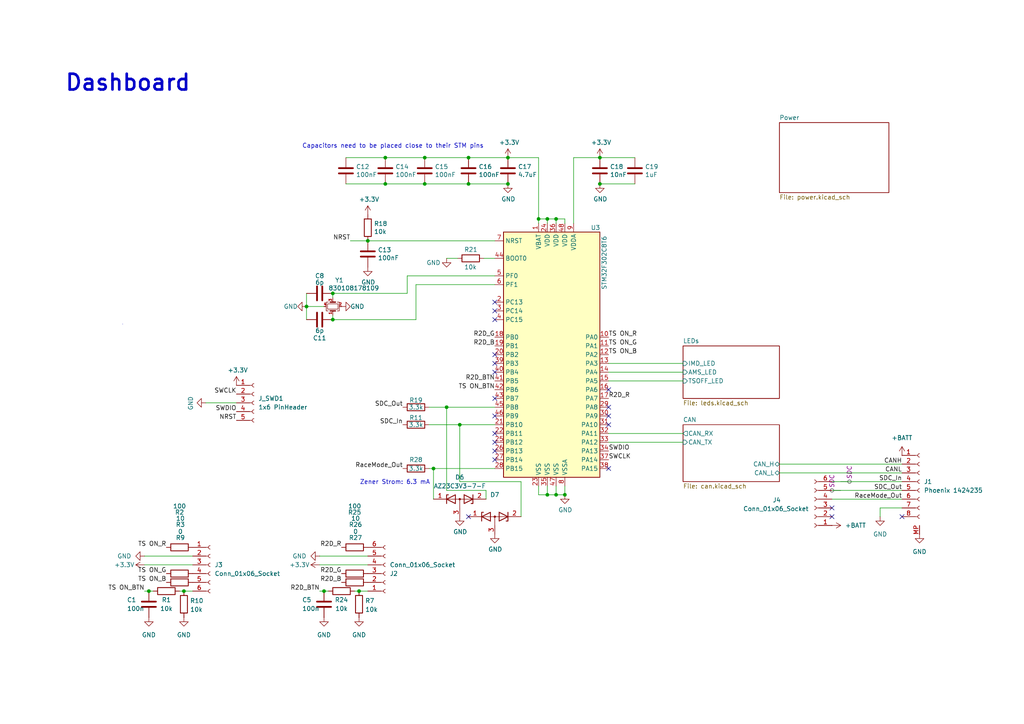
<source format=kicad_sch>
(kicad_sch (version 20231120) (generator "eeschema") (generator_version "8.0")
  (paper "A4")
  (lib_symbols
    (symbol "Connector:Conn_01x05_Socket" (pin_names (offset 1.016) hide)
      (property "Reference" "J" (at 0 7.62 0))
      (property "Value" "Conn_01x05_Socket" (at 0 -7.62 0))
      (symbol "Conn_01x05_Socket_1_1"
        (arc (start 0 -4.572) (mid -0.5058 -5.08) (end 0 -5.588) (stroke (width 0.1524)))
        (arc (start 0 -2.032) (mid -0.5058 -2.54) (end 0 -3.048) (stroke (width 0.1524)))
        (polyline (pts (xy -1.27 -5.08) (xy -0.508 -5.08)) (stroke (width 0.1524)))
        (polyline (pts (xy -1.27 -2.54) (xy -0.508 -2.54)) (stroke (width 0.1524)))
        (polyline (pts (xy -1.27 0) (xy -0.508 0)) (stroke (width 0.1524)))
        (polyline (pts (xy -1.27 2.54) (xy -0.508 2.54)) (stroke (width 0.1524)))
        (polyline (pts (xy -1.27 5.08) (xy -0.508 5.08)) (stroke (width 0.1524)))
        (arc (start 0 0.508) (mid -0.5058 0) (end 0 -0.508) (stroke (width 0.1524)))
        (arc (start 0 3.048) (mid -0.5058 2.54) (end 0 2.032) (stroke (width 0.1524)))
        (arc (start 0 5.588) (mid -0.5058 5.08) (end 0 4.572) (stroke (width 0.1524)))
        (pin passive line (at -5.08 5.08 0) (length 3.81) (name "Pin_1") (number "1"))
        (pin passive line (at -5.08 2.54 0) (length 3.81) (name "Pin_2") (number "2"))
        (pin passive line (at -5.08 0 0) (length 3.81) (name "Pin_3") (number "3"))
        (pin passive line (at -5.08 -2.54 0) (length 3.81) (name "Pin_4") (number "4"))
        (pin passive line (at -5.08 -5.08 0) (length 3.81) (name "Pin_5") (number "5"))
      )
    )
    (symbol "Connector:Conn_01x06_Socket" (pin_names (offset 1.016) hide)
      (property "Reference" "J" (at 0 7.62 0))
      (property "Value" "Conn_01x06_Socket" (at 0 -10.16 0))
      (symbol "Conn_01x06_Socket_1_1"
        (arc (start 0 -7.112) (mid -0.5058 -7.62) (end 0 -8.128) (stroke (width 0.1524)))
        (arc (start 0 -4.572) (mid -0.5058 -5.08) (end 0 -5.588) (stroke (width 0.1524)))
        (arc (start 0 -2.032) (mid -0.5058 -2.54) (end 0 -3.048) (stroke (width 0.1524)))
        (polyline (pts (xy -1.27 -7.62) (xy -0.508 -7.62)) (stroke (width 0.1524)))
        (polyline (pts (xy -1.27 -5.08) (xy -0.508 -5.08)) (stroke (width 0.1524)))
        (polyline (pts (xy -1.27 -2.54) (xy -0.508 -2.54)) (stroke (width 0.1524)))
        (polyline (pts (xy -1.27 0) (xy -0.508 0)) (stroke (width 0.1524)))
        (polyline (pts (xy -1.27 2.54) (xy -0.508 2.54)) (stroke (width 0.1524)))
        (polyline (pts (xy -1.27 5.08) (xy -0.508 5.08)) (stroke (width 0.1524)))
        (arc (start 0 0.508) (mid -0.5058 0) (end 0 -0.508) (stroke (width 0.1524)))
        (arc (start 0 3.048) (mid -0.5058 2.54) (end 0 2.032) (stroke (width 0.1524)))
        (arc (start 0 5.588) (mid -0.5058 5.08) (end 0 4.572) (stroke (width 0.1524)))
        (pin passive line (at -5.08 5.08 0) (length 3.81) (name "Pin_1") (number "1"))
        (pin passive line (at -5.08 2.54 0) (length 3.81) (name "Pin_2") (number "2"))
        (pin passive line (at -5.08 0 0) (length 3.81) (name "Pin_3") (number "3"))
        (pin passive line (at -5.08 -2.54 0) (length 3.81) (name "Pin_4") (number "4"))
        (pin passive line (at -5.08 -5.08 0) (length 3.81) (name "Pin_5") (number "5"))
        (pin passive line (at -5.08 -7.62 0) (length 3.81) (name "Pin_6") (number "6"))
      )
    )
    (symbol "Connector:Conn_01x08_Socket" (pin_names (offset 1.016) hide)
      (property "Reference" "J1" (at 1.27 0.0001 0))
      (property "Value" "Phoenix 1424235" (at 1.27 -2.5399 0))
      (symbol "Conn_01x08_Socket_1_1"
        (arc (start 0 -9.652) (mid -0.5058 -10.16) (end 0 -10.668) (stroke (width 0.1524)))
        (arc (start 0 -7.112) (mid -0.5058 -7.62) (end 0 -8.128) (stroke (width 0.1524)))
        (arc (start 0 -4.572) (mid -0.5058 -5.08) (end 0 -5.588) (stroke (width 0.1524)))
        (arc (start 0 -2.032) (mid -0.5058 -2.54) (end 0 -3.048) (stroke (width 0.1524)))
        (polyline (pts (xy -1.27 -10.16) (xy -0.508 -10.16)) (stroke (width 0.1524)))
        (polyline (pts (xy -1.27 -7.62) (xy -0.508 -7.62)) (stroke (width 0.1524)))
        (polyline (pts (xy -1.27 -5.08) (xy -0.508 -5.08)) (stroke (width 0.1524)))
        (polyline (pts (xy -1.27 -2.54) (xy -0.508 -2.54)) (stroke (width 0.1524)))
        (polyline (pts (xy -1.27 0) (xy -0.508 0)) (stroke (width 0.1524)))
        (polyline (pts (xy -1.27 2.54) (xy -0.508 2.54)) (stroke (width 0.1524)))
        (polyline (pts (xy -1.27 5.08) (xy -0.508 5.08)) (stroke (width 0.1524)))
        (polyline (pts (xy -1.27 7.62) (xy -0.508 7.62)) (stroke (width 0.1524)))
        (arc (start 0 0.508) (mid -0.5058 0) (end 0 -0.508) (stroke (width 0.1524)))
        (arc (start 0 3.048) (mid -0.5058 2.54) (end 0 2.032) (stroke (width 0.1524)))
        (arc (start 0 5.588) (mid -0.5058 5.08) (end 0 4.572) (stroke (width 0.1524)))
        (arc (start 0 8.128) (mid -0.5058 7.62) (end 0 7.112) (stroke (width 0.1524)))
        (pin passive line (at -5.08 7.62 0) (length 3.81) (name "Pin_1") (number "1"))
        (pin passive line (at -5.08 5.08 0) (length 3.81) (name "Pin_2") (number "2"))
        (pin passive line (at -5.08 2.54 0) (length 3.81) (name "Pin_3") (number "3"))
        (pin passive line (at -5.08 0 0) (length 3.81) (name "Pin_4") (number "4"))
        (pin passive line (at -5.08 -2.54 0) (length 3.81) (name "Pin_5") (number "5"))
        (pin passive line (at -5.08 -5.08 0) (length 3.81) (name "Pin_6") (number "6"))
        (pin passive line (at -5.08 -7.62 0) (length 3.81) (name "Pin_7") (number "7"))
        (pin passive line (at -5.08 -10.16 0) (length 3.81) (name "Pin_8") (number "8"))
        (pin passive line (at 0 -15.24 90) (length 2.54) (name "") (number "MP"))
      )
    )
    (symbol "Device:C" (pin_numbers hide) (pin_names (offset 0.254))
      (property "Reference" "C" (at 0.635 2.54 0))
      (property "Value" "C" (at 0.635 -2.54 0))
      (symbol "C_0_1"
        (polyline (pts (xy -2.032 -0.762) (xy 2.032 -0.762)) (stroke (width 0.508)))
        (polyline (pts (xy -2.032 0.762) (xy 2.032 0.762)) (stroke (width 0.508)))
      )
      (symbol "C_1_1"
        (pin passive line (at 0 3.81 270) (length 2.794) (name "~") (number "1"))
        (pin passive line (at 0 -3.81 90) (length 2.794) (name "~") (number "2"))
      )
    )
    (symbol "Device:Crystal_GND24_Small" (pin_names (offset 1.016) hide)
      (property "Reference" "Y" (at 1.27 4.445 0))
      (property "Value" "Crystal_GND24_Small" (at 1.27 2.54 0))
      (symbol "Crystal_GND24_Small_0_1"
        (rectangle (start -0.762 -1.524) (end 0.762 1.524))
        (polyline (pts (xy -1.27 -0.762) (xy -1.27 0.762)) (stroke (width 0.381)))
        (polyline (pts (xy 1.27 -0.762) (xy 1.27 0.762)) (stroke (width 0.381)))
        (polyline (pts (xy -1.27 -1.27) (xy -1.27 -1.905) (xy 1.27 -1.905) (xy 1.27 -1.27)))
        (polyline (pts (xy -1.27 1.27) (xy -1.27 1.905) (xy 1.27 1.905) (xy 1.27 1.27)))
      )
      (symbol "Crystal_GND24_Small_1_1"
        (pin passive line (at -2.54 0 0) (length 1.27) (name "1") (number "1"))
        (pin passive line (at 0 -2.54 90) (length 0.635) (name "2") (number "2"))
        (pin passive line (at 2.54 0 180) (length 1.27) (name "3") (number "3"))
        (pin passive line (at 0 2.54 270) (length 0.635) (name "4") (number "4"))
      )
    )
    (symbol "Device:D_Zener_Dual_CommonAnode_KKA" (pin_names (offset 0.762) hide)
      (property "Reference" "D" (at 1.27 -2.54 0))
      (property "Value" "D_Zener_Dual_CommonAnode_KKA" (at 0 2.54 0))
      (symbol "D_Zener_Dual_CommonAnode_KKA_0_1"
        (polyline (pts (xy -3.556 0) (xy 3.81 0)))
        (polyline (pts (xy 0 0) (xy 0 -2.54)))
        (polyline (pts (xy -3.81 -1.27) (xy -3.81 1.27) (xy -3.302 1.27)) (stroke (width 0.254)))
        (polyline (pts (xy 3.302 -1.27) (xy 3.81 -1.27) (xy 3.81 1.27)) (stroke (width 0.254)))
        (polyline (pts (xy -1.27 -1.27) (xy -3.81 0) (xy -1.27 1.27) (xy -1.27 -1.27) (xy -1.27 -1.27) (xy -1.27 -1.27)) (stroke (width 0.254)))
        (polyline (pts (xy 1.27 1.27) (xy 3.81 0) (xy 1.27 -1.27) (xy 1.27 1.27) (xy 1.27 1.27) (xy 1.27 1.27)) (stroke (width 0.254)))
        (circle (center 0 0) (radius 0.254) (fill (type outline)))
        (pin passive line (at -7.62 0 0) (length 3.81) (name "K") (number "1"))
        (pin passive line (at 7.62 0 180) (length 3.81) (name "K") (number "2"))
        (pin passive line (at 0 -5.08 90) (length 2.54) (name "A") (number "3"))
      )
    )
    (symbol "Device:R" (pin_numbers hide) (pin_names (offset 0))
      (property "Reference" "R" (at 2.032 0 90))
      (property "Value" "R" (at 0 0 90))
      (symbol "R_0_1"
        (rectangle (start -1.016 -2.54) (end 1.016 2.54) (stroke (width 0.254)))
      )
      (symbol "R_1_1"
        (pin passive line (at 0 3.81 270) (length 1.27) (name "~") (number "1"))
        (pin passive line (at 0 -3.81 90) (length 1.27) (name "~") (number "2"))
      )
    )
    (symbol "MCU_ST_STM32F3:STM32F302C8Tx"
      (property "Reference" "U" (at -15.24 36.83 0))
      (property "Value" "STM32F302C8Tx" (at 7.62 36.83 0))
      (symbol "STM32F302C8Tx_0_1"
        (rectangle (start -15.24 -35.56) (end 12.7 35.56) (stroke (width 0.254)) (fill (type background)))
      )
      (symbol "STM32F302C8Tx_1_1"
        (pin power_in line (at -5.08 38.1 270) (length 2.54) (name "VBAT") (number "1"))
        (pin bidirectional line (at 15.24 5.08 180) (length 2.54) (name "PA0") (number "10"))
        (pin bidirectional line (at 15.24 2.54 180) (length 2.54) (name "PA1") (number "11"))
        (pin bidirectional line (at 15.24 0 180) (length 2.54) (name "PA2") (number "12"))
        (pin bidirectional line (at 15.24 -2.54 180) (length 2.54) (name "PA3") (number "13"))
        (pin bidirectional line (at 15.24 -5.08 180) (length 2.54) (name "PA4") (number "14"))
        (pin bidirectional line (at 15.24 -7.62 180) (length 2.54) (name "PA5") (number "15"))
        (pin bidirectional line (at 15.24 -10.16 180) (length 2.54) (name "PA6") (number "16"))
        (pin bidirectional line (at 15.24 -12.7 180) (length 2.54) (name "PA7") (number "17"))
        (pin bidirectional line (at -17.78 5.08 0) (length 2.54) (name "PB0") (number "18"))
        (pin bidirectional line (at -17.78 2.54 0) (length 2.54) (name "PB1") (number "19"))
        (pin bidirectional line (at -17.78 15.24 0) (length 2.54) (name "PC13") (number "2"))
        (pin bidirectional line (at -17.78 0 0) (length 2.54) (name "PB2") (number "20"))
        (pin bidirectional line (at -17.78 -20.32 0) (length 2.54) (name "PB10") (number "21"))
        (pin bidirectional line (at -17.78 -22.86 0) (length 2.54) (name "PB11") (number "22"))
        (pin power_in line (at -5.08 -38.1 90) (length 2.54) (name "VSS") (number "23"))
        (pin power_in line (at -2.54 38.1 270) (length 2.54) (name "VDD") (number "24"))
        (pin bidirectional line (at -17.78 -25.4 0) (length 2.54) (name "PB12") (number "25"))
        (pin bidirectional line (at -17.78 -27.94 0) (length 2.54) (name "PB13") (number "26"))
        (pin bidirectional line (at -17.78 -30.48 0) (length 2.54) (name "PB14") (number "27"))
        (pin bidirectional line (at -17.78 -33.02 0) (length 2.54) (name "PB15") (number "28"))
        (pin bidirectional line (at 15.24 -15.24 180) (length 2.54) (name "PA8") (number "29"))
        (pin bidirectional line (at -17.78 12.7 0) (length 2.54) (name "PC14") (number "3"))
        (pin bidirectional line (at 15.24 -17.78 180) (length 2.54) (name "PA9") (number "30"))
        (pin bidirectional line (at 15.24 -20.32 180) (length 2.54) (name "PA10") (number "31"))
        (pin bidirectional line (at 15.24 -22.86 180) (length 2.54) (name "PA11") (number "32"))
        (pin bidirectional line (at 15.24 -25.4 180) (length 2.54) (name "PA12") (number "33"))
        (pin bidirectional line (at 15.24 -27.94 180) (length 2.54) (name "PA13") (number "34"))
        (pin power_in line (at -2.54 -38.1 90) (length 2.54) (name "VSS") (number "35"))
        (pin power_in line (at 0 38.1 270) (length 2.54) (name "VDD") (number "36"))
        (pin bidirectional line (at 15.24 -30.48 180) (length 2.54) (name "PA14") (number "37"))
        (pin bidirectional line (at 15.24 -33.02 180) (length 2.54) (name "PA15") (number "38"))
        (pin bidirectional line (at -17.78 -2.54 0) (length 2.54) (name "PB3") (number "39"))
        (pin bidirectional line (at -17.78 10.16 0) (length 2.54) (name "PC15") (number "4"))
        (pin bidirectional line (at -17.78 -5.08 0) (length 2.54) (name "PB4") (number "40"))
        (pin bidirectional line (at -17.78 -7.62 0) (length 2.54) (name "PB5") (number "41"))
        (pin bidirectional line (at -17.78 -10.16 0) (length 2.54) (name "PB6") (number "42"))
        (pin bidirectional line (at -17.78 -12.7 0) (length 2.54) (name "PB7") (number "43"))
        (pin input line (at -17.78 27.94 0) (length 2.54) (name "BOOT0") (number "44"))
        (pin bidirectional line (at -17.78 -15.24 0) (length 2.54) (name "PB8") (number "45"))
        (pin bidirectional line (at -17.78 -17.78 0) (length 2.54) (name "PB9") (number "46"))
        (pin power_in line (at 0 -38.1 90) (length 2.54) (name "VSS") (number "47"))
        (pin power_in line (at 2.54 38.1 270) (length 2.54) (name "VDD") (number "48"))
        (pin input line (at -17.78 22.86 0) (length 2.54) (name "PF0") (number "5"))
        (pin input line (at -17.78 20.32 0) (length 2.54) (name "PF1") (number "6"))
        (pin input line (at -17.78 33.02 0) (length 2.54) (name "NRST") (number "7"))
        (pin power_in line (at 2.54 -38.1 90) (length 2.54) (name "VSSA") (number "8"))
        (pin power_in line (at 5.08 38.1 270) (length 2.54) (name "VDDA") (number "9"))
      )
    )
    (symbol "power:+3.3V" (power) (pin_names (offset 0))
      (property "Value" "+3.3V" (at 0 3.556 0))
      (symbol "+3.3V_0_1"
        (polyline (pts (xy -0.762 1.27) (xy 0 2.54)))
        (polyline (pts (xy 0 0) (xy 0 2.54)))
        (polyline (pts (xy 0 2.54) (xy 0.762 1.27)))
      )
      (symbol "+3.3V_1_1"
        (pin power_in line (at 0 0 90) (length 0) hide (name "+3.3V") (number "1"))
      )
    )
    (symbol "power:+BATT" (power) (pin_numbers hide) (pin_names (offset 0) hide)
      (property "Value" "+BATT" (at 0 3.556 0))
      (symbol "+BATT_0_1"
        (polyline (pts (xy -0.762 1.27) (xy 0 2.54)))
        (polyline (pts (xy 0 0) (xy 0 2.54)))
        (polyline (pts (xy 0 2.54) (xy 0.762 1.27)))
      )
      (symbol "+BATT_1_1"
        (pin power_in line (at 0 0 90) (length 0) (name "~") (number "1"))
      )
    )
    (symbol "power:GND" (power) (pin_numbers hide) (pin_names (offset 0) hide)
      (property "Value" "GND" (at 0 -3.81 0))
      (symbol "GND_0_1"
        (polyline (pts (xy 0 0) (xy 0 -1.27) (xy 1.27 -1.27) (xy 0 -2.54) (xy -1.27 -1.27) (xy 0 -1.27)))
      )
      (symbol "GND_1_1"
        (pin power_in line (at 0 0 270) (length 0) (name "~") (number "1"))
      )
    )
  )
  (junction (at 135.89 53.34))
  (junction (at 123.19 45.72))
  (junction (at 111.76 45.72))
  (junction (at 147.32 53.34))
  (junction (at 125.73 135.89))
  (junction (at 135.89 45.72))
  (junction (at 111.76 53.34))
  (junction (at 88.9 88.9))
  (junction (at 96.52 85.09))
  (junction (at 96.52 92.71))
  (junction (at 104.14 171.45))
  (junction (at 161.29 63.5))
  (junction (at 106.68 69.85))
  (junction (at 93.98 171.45))
  (junction (at 43.18 171.45))
  (junction (at 161.29 143.51))
  (junction (at 147.32 45.72))
  (junction (at 156.21 63.5))
  (junction (at 173.99 45.72))
  (junction (at 158.75 63.5))
  (junction (at 129.54 118.11))
  (junction (at 158.75 143.51))
  (junction (at 173.99 53.34))
  (junction (at 133.35 123.19))
  (junction (at 53.34 171.45))
  (junction (at 123.19 53.34))
  (junction (at 163.83 143.51))
  (no_connect (at 135.89 149.86))
  (no_connect (at 176.53 120.65))
  (no_connect (at 143.51 87.63))
  (no_connect (at 176.53 123.19))
  (no_connect (at 176.53 135.89))
  (no_connect (at 241.3 149.86))
  (no_connect (at 261.62 149.86))
  (no_connect (at 143.51 115.57))
  (no_connect (at 241.3 147.32))
  (no_connect (at 143.51 130.81))
  (no_connect (at 176.53 113.03))
  (no_connect (at 143.51 133.35))
  (no_connect (at 143.51 105.41))
  (no_connect (at 176.53 118.11))
  (no_connect (at 143.51 125.73))
  (no_connect (at 143.51 92.71))
  (no_connect (at 143.51 120.65))
  (no_connect (at 143.51 102.87))
  (no_connect (at 143.51 128.27))
  (no_connect (at 143.51 90.17))
  (no_connect (at 143.51 107.95))
  (wire (pts (xy 43.18 171.45) (xy 41.91 171.45)))
  (wire (pts (xy 123.19 45.72) (xy 135.89 45.72)))
  (wire (pts (xy 176.53 105.41) (xy 198.12 105.41)))
  (wire (pts (xy 161.29 63.5) (xy 158.75 63.5)))
  (wire (pts (xy 88.9 85.09) (xy 88.9 88.9)))
  (wire (pts (xy 156.21 63.5) (xy 156.21 64.77)))
  (wire (pts (xy 120.65 82.55) (xy 120.65 92.71)))
  (wire (pts (xy 158.75 63.5) (xy 156.21 63.5)))
  (wire (pts (xy 93.98 171.45) (xy 92.71 171.45)))
  (wire (pts (xy 41.91 163.83) (xy 55.88 163.83)))
  (wire (pts (xy 96.52 91.44) (xy 96.52 92.71)))
  (wire (pts (xy 135.89 45.72) (xy 147.32 45.72)))
  (wire (pts (xy 129.54 142.24) (xy 140.97 142.24)))
  (wire (pts (xy 96.52 85.09) (xy 118.11 85.09)))
  (wire (pts (xy 163.83 64.77) (xy 163.83 63.5)))
  (wire (pts (xy 100.33 53.34) (xy 111.76 53.34)))
  (wire (pts (xy 156.21 45.72) (xy 156.21 63.5)))
  (wire (pts (xy 125.73 135.89) (xy 143.51 135.89)))
  (wire (pts (xy 173.99 45.72) (xy 184.15 45.72)))
  (wire (pts (xy 161.29 64.77) (xy 161.29 63.5)))
  (wire (pts (xy 163.83 143.51) (xy 161.29 143.51)))
  (wire (pts (xy 92.71 163.83) (xy 106.68 163.83)))
  (wire (pts (xy 118.11 80.01) (xy 143.51 80.01)))
  (wire (pts (xy 88.9 88.9) (xy 88.9 92.71)))
  (wire (pts (xy 255.27 147.32) (xy 255.27 149.86)))
  (wire (pts (xy 124.46 118.11) (xy 129.54 118.11)))
  (wire (pts (xy 173.99 53.34) (xy 184.15 53.34)))
  (wire (pts (xy 129.54 118.11) (xy 129.54 142.24)))
  (wire (pts (xy 226.06 134.62) (xy 261.62 134.62)))
  (wire (pts (xy 111.76 45.72) (xy 123.19 45.72)))
  (wire (pts (xy 96.52 86.36) (xy 96.52 85.09)))
  (wire (pts (xy 140.97 142.24) (xy 140.97 144.78)))
  (wire (pts (xy 123.19 53.34) (xy 135.89 53.34)))
  (wire (pts (xy 163.83 63.5) (xy 161.29 63.5)))
  (wire (pts (xy 118.11 85.09) (xy 118.11 80.01)))
  (wire (pts (xy 140.335 74.93) (xy 143.51 74.93)))
  (wire (pts (xy 147.32 45.72) (xy 156.21 45.72)))
  (wire (pts (xy 158.75 140.97) (xy 158.75 143.51)))
  (wire (pts (xy 59.69 116.84) (xy 68.58 116.84)))
  (wire (pts (xy 88.9 88.9) (xy 93.98 88.9)))
  (wire (pts (xy 161.29 140.97) (xy 161.29 143.51)))
  (wire (pts (xy 226.06 137.16) (xy 261.62 137.16)))
  (wire (pts (xy 158.75 63.5) (xy 158.75 64.77)))
  (wire (pts (xy 241.3 144.78) (xy 261.62 144.78)))
  (wire (pts (xy 111.76 45.72) (xy 100.33 45.72)))
  (wire (pts (xy 92.71 161.29) (xy 106.68 161.29)))
  (wire (pts (xy 104.14 171.45) (xy 106.68 171.45)))
  (wire (pts (xy 41.91 161.29) (xy 55.88 161.29)))
  (wire (pts (xy 166.37 45.72) (xy 173.99 45.72)))
  (wire (pts (xy 133.35 123.19) (xy 124.46 123.19)))
  (wire (pts (xy 156.21 140.97) (xy 156.21 143.51)))
  (wire (pts (xy 176.53 128.27) (xy 198.12 128.27)))
  (wire (pts (xy 120.65 82.55) (xy 143.51 82.55)))
  (wire (pts (xy 151.13 149.86) (xy 151.13 139.7)))
  (wire (pts (xy 176.53 125.73) (xy 198.12 125.73)))
  (wire (pts (xy 156.21 143.51) (xy 158.75 143.51)))
  (wire (pts (xy 166.37 45.72) (xy 166.37 64.77)))
  (wire (pts (xy 176.53 107.95) (xy 198.12 107.95)))
  (wire (pts (xy 96.52 92.71) (xy 120.65 92.71)))
  (wire (pts (xy 111.76 53.34) (xy 123.19 53.34)))
  (wire (pts (xy 132.715 74.93) (xy 129.54 74.93)))
  (wire (pts (xy 53.34 171.45) (xy 55.88 171.45)))
  (wire (pts (xy 125.73 144.78) (xy 125.73 135.89)))
  (wire (pts (xy 241.3 142.24) (xy 261.62 142.24)))
  (wire (pts (xy 95.25 171.45) (xy 93.98 171.45)))
  (wire (pts (xy 143.51 118.11) (xy 129.54 118.11)))
  (wire (pts (xy 143.51 123.19) (xy 133.35 123.19)))
  (wire (pts (xy 151.13 139.7) (xy 133.35 139.7)))
  (wire (pts (xy 102.87 171.45) (xy 104.14 171.45)))
  (wire (pts (xy 106.68 69.85) (xy 143.51 69.85)))
  (wire (pts (xy 161.29 143.51) (xy 158.75 143.51)))
  (wire (pts (xy 163.83 140.97) (xy 163.83 143.51)))
  (wire (pts (xy 101.6 69.85) (xy 106.68 69.85)))
  (wire (pts (xy 261.62 147.32) (xy 255.27 147.32)))
  (wire (pts (xy 241.3 139.7) (xy 261.62 139.7)))
  (wire (pts (xy 44.45 171.45) (xy 43.18 171.45)))
  (wire (pts (xy 133.35 123.19) (xy 133.35 139.7)))
  (wire (pts (xy 52.07 171.45) (xy 53.34 171.45)))
  (wire (pts (xy 125.73 135.89) (xy 124.46 135.89)))
  (wire (pts (xy 135.89 53.34) (xy 147.32 53.34)))
  (wire (pts (xy 176.53 110.49) (xy 198.12 110.49)))
  (rectangle (start 35.56 93.98) (end 35.56 93.98))
  (text "Dashboard" (at 37.084 24.13 0) (effects (font (size 4.572 4.572) (thickness 0.762) (bold yes))))
  (text "Capacitors need to be placed close to their STM pins" (at 87.63 43.18 0) (effects (font (size 1.27 1.27)) (justify left bottom)))
  (text "Zener Strom: 6.3 mA" (at 114.554 139.954 0) (effects (font (size 1.27 1.27))))
  (label "TS ON_BTN" (at 41.91 171.45 180))
  (label "TS ON_BTN" (at 143.51 113.03 180))
  (label "TS ON_B" (at 48.26 168.91 180))
  (label "R2D_G" (at 99.06 166.37 180))
  (label "SDC_Out" (at 116.84 118.11 180))
  (label "SDC_In" (at 261.62 139.7 180))
  (label "R2D_G" (at 143.51 97.79 180))
  (label "R2D_BTN" (at 143.51 110.49 180))
  (label "R2D_R" (at 99.06 158.75 180))
  (label "NRST" (at 68.58 121.92 180))
  (label "SWDIO" (at 176.53 130.81 0))
  (label "R2D_BTN" (at 92.71 171.45 180))
  (label "NRST" (at 101.6 69.85 180))
  (label "SWDIO" (at 68.58 119.38 180))
  (label "R2D_B" (at 99.06 168.91 180))
  (label "TS ON_G" (at 48.26 166.37 180))
  (label "CANH" (at 261.62 134.62 180))
  (label "RaceMode_Out" (at 261.62 144.78 180))
  (label "CANL" (at 261.62 137.16 180))
  (label "RaceMode_Out" (at 116.84 135.89 180))
  (label "SDC_Out" (at 261.62 142.24 180))
  (label "SWCLK" (at 68.58 114.3 180))
  (label "TS ON_R" (at 176.53 97.79 0))
  (label "SWCLK" (at 176.53 133.35 0))
  (label "SDC_In" (at 116.84 123.19 180))
  (label "TS ON_B" (at 176.53 102.87 0))
  (label "TS ON_R" (at 48.26 158.75 180))
  (label "R2D_R" (at 176.53 115.57 0))
  (label "R2D_B" (at 143.51 100.33 180))
  (label "TS ON_G" (at 176.53 100.33 0))
  (netclass_flag "" (length 2.54) (shape round) (at 243.84 139.7 270) (property "Netclass" "SDC" (at 246.38 139.0015 90) (effects (font (italic yes)) (justify left))))
  (netclass_flag "" (length 2.54) (shape round) (at 243.84 142.24 90) (property "Netclass" "SDC" (at 241.3 141.5415 90) (effects (font (italic yes)) (justify left))))
  (symbol (lib_id "Connector:Conn_01x06_Socket") (at 236.22 147.32 180) (unit 1)
    (property "Reference" "J4" (at 225.298 145.034 0))
    (property "Value" "Conn_01x06_Socket" (at 225.044 147.574 0))
    (property "Footprint" "Dashboard:JST_GH_THT_1x06-1MP_P1.25mm_Vertical" (effects (hide yes)))
    (property "Description" "Generic connector, single row, 01x06, script generated" (effects (hide yes)))
  )
  (symbol (lib_id "power:+3.3V") (at 92.71 163.83 90) (unit 1)
    (property "Reference" "#PWR051" (effects (hide yes)))
    (property "Value" "+3.3V" (at 86.868 163.83 90))
  )
  (symbol (lib_id "power:GND") (at 129.54 74.93 0) (unit 1)
    (property "Reference" "#PWR035" (effects (hide yes)))
    (property "Value" "GND" (at 125.73 76.2 0))
  )
  (symbol (lib_id "Device:R") (at 104.14 175.26 0) (unit 1)
    (property "Reference" "R7" (at 105.918 174.244 0) (effects (justify left)))
    (property "Value" "10k" (at 105.918 176.784 0) (effects (justify left)))
    (property "Footprint" "Resistor_SMD:R_0603_1608Metric_Pad0.98x0.95mm_HandSolder" (effects (hide yes)))
    (property "Description" "Resistor" (effects (hide yes)))
  )
  (symbol (lib_id "Connector:Conn_01x06_Socket") (at 111.76 166.37 0) (mirror x) (unit 1)
    (property "Reference" "J2" (at 113.03 166.3701 0) (effects (justify left)))
    (property "Value" "Conn_01x06_Socket" (at 113.03 163.8301 0) (effects (justify left)))
    (property "Footprint" "Dashboard:JST_GH_THT_1x06-1MP_P1.25mm_Vertical" (effects (hide yes)))
    (property "Description" "Generic connector, single row, 01x06, script generated" (effects (hide yes)))
  )
  (symbol (lib_id "Device:C") (at 135.89 49.53 0) (unit 1)
    (property "Reference" "C16" (at 138.811 48.3616 0) (effects (justify left)))
    (property "Value" "100nF" (at 138.811 50.673 0) (effects (justify left)))
    (property "Footprint" "Capacitor_SMD:C_0603_1608Metric_Pad1.08x0.95mm_HandSolder" (effects (hide yes)))
  )
  (symbol (lib_id "Connector:Conn_01x08_Socket") (at 266.7 139.7 0) (unit 1)
    (property "Reference" "J1" (at 267.97 139.6999 0) (effects (justify left)))
    (property "Value" "Phoenix 1424235" (at 267.97 142.2399 0) (effects (justify left)))
    (property "Footprint" "Dashboard:Phoenix_SACC-DSI-M8FS-8CON-M10" (effects (hide yes)))
    (property "Description" "Generic connector, single row, 01x08, script generated" (effects (hide yes)))
  )
  (symbol (lib_id "Device:R") (at 99.06 171.45 270) (unit 1)
    (property "Reference" "R24" (at 99.06 173.99 90))
    (property "Value" "10k" (at 99.06 176.53 90))
    (property "Footprint" "Resistor_SMD:R_0603_1608Metric_Pad0.98x0.95mm_HandSolder" (effects (hide yes)))
    (property "Description" "Resistor" (effects (hide yes)))
  )
  (symbol (lib_id "Device:C") (at 147.32 49.53 0) (unit 1)
    (property "Reference" "C17" (at 150.241 48.3616 0) (effects (justify left)))
    (property "Value" "4.7uF" (at 150.241 50.673 0) (effects (justify left)))
    (property "Footprint" "Capacitor_SMD:C_0603_1608Metric_Pad1.08x0.95mm_HandSolder" (effects (hide yes)))
  )
  (symbol (lib_id "Device:C") (at 93.98 175.26 0) (unit 1)
    (property "Reference" "C5" (at 87.63 173.99 0) (effects (justify left)))
    (property "Value" "100n" (at 87.63 176.53 0) (effects (justify left)))
    (property "Footprint" "Capacitor_SMD:C_0603_1608Metric_Pad1.08x0.95mm_HandSolder" (effects (hide yes)))
    (property "Description" "Unpolarized capacitor" (effects (hide yes)))
  )
  (symbol (lib_id "power:GND") (at 92.71 161.29 270) (unit 1)
    (property "Reference" "#PWR01" (effects (hide yes)))
    (property "Value" "GND" (at 88.9 161.2899 90) (effects (justify right)))
    (property "Description" "Power symbol creates a global label with name \"GND\" , ground" (effects (hide yes)))
  )
  (symbol (lib_id "Device:D_Zener_Dual_CommonAnode_KKA") (at 133.35 144.78 0) (unit 1)
    (property "Reference" "D6" (at 133.35 138.43 0))
    (property "Value" "AZ23C3V3-7-F" (at 133.35 140.97 0))
    (property "Footprint" "Package_TO_SOT_SMD:SOT-23" (effects (hide yes)))
    (property "Description" "Dual Zener diode, common anode on pin 3" (effects (hide yes)))
  )
  (symbol (lib_id "power:GND") (at 266.7 154.94 0) (unit 1)
    (property "Reference" "#PWR052" (effects (hide yes)))
    (property "Value" "GND" (at 266.7 160.02 0))
    (property "Description" "Power symbol creates a global label with name \"GND\" , ground" (effects (hide yes)))
  )
  (symbol (lib_id "Device:R") (at 102.87 168.91 90) (unit 1)
    (property "Reference" "R27" (at 103.124 155.956 90))
    (property "Value" "0" (at 103.124 154.178 90))
    (property "Footprint" "Resistor_SMD:R_0603_1608Metric_Pad0.98x0.95mm_HandSolder" (effects (hide yes)))
    (property "Description" "Resistor" (effects (hide yes)))
  )
  (symbol (lib_id "Device:R") (at 48.26 171.45 270) (unit 1)
    (property "Reference" "R1" (at 48.26 173.99 90))
    (property "Value" "10k" (at 48.26 176.53 90))
    (property "Footprint" "Resistor_SMD:R_0603_1608Metric_Pad0.98x0.95mm_HandSolder" (effects (hide yes)))
    (property "Description" "Resistor" (effects (hide yes)))
  )
  (symbol (lib_id "Device:C") (at 100.33 49.53 0) (unit 1)
    (property "Reference" "C12" (at 103.251 48.3616 0) (effects (justify left)))
    (property "Value" "100nF" (at 103.251 50.673 0) (effects (justify left)))
    (property "Footprint" "Capacitor_SMD:C_0603_1608Metric_Pad1.08x0.95mm_HandSolder" (effects (hide yes)))
  )
  (symbol (lib_id "power:GND") (at 147.32 53.34 0) (unit 1)
    (property "Reference" "#PWR037" (effects (hide yes)))
    (property "Value" "GND" (at 147.447 57.7342 0))
  )
  (symbol (lib_id "Device:R") (at 52.07 158.75 90) (unit 1)
    (property "Reference" "R2" (at 52.07 148.59 90))
    (property "Value" "100" (at 52.07 146.812 90))
    (property "Footprint" "Resistor_SMD:R_0603_1608Metric_Pad0.98x0.95mm_HandSolder" (effects (hide yes)))
    (property "Description" "Resistor" (effects (hide yes)))
  )
  (symbol (lib_id "Device:R") (at 120.65 135.89 90) (unit 1)
    (property "Reference" "R28" (at 120.65 133.35 90))
    (property "Value" "3.3k" (at 120.65 135.89 90))
    (property "Footprint" "Resistor_SMD:R_0603_1608Metric_Pad0.98x0.95mm_HandSolder" (effects (hide yes)))
    (property "Description" "Resistor" (effects (hide yes)))
  )
  (symbol (lib_id "Connector:Conn_01x06_Socket") (at 60.96 163.83 0) (unit 1)
    (property "Reference" "J3" (at 62.23 163.8299 0) (effects (justify left)))
    (property "Value" "Conn_01x06_Socket" (at 62.23 166.3699 0) (effects (justify left)))
    (property "Footprint" "Dashboard:JST_GH_THT_1x06-1MP_P1.25mm_Vertical" (effects (hide yes)))
    (property "Description" "Generic connector, single row, 01x06, script generated" (effects (hide yes)))
  )
  (symbol (lib_id "power:+BATT") (at 241.3 152.4 270) (unit 1)
    (property "Reference" "#PWR05" (effects (hide yes)))
    (property "Value" "+BATT" (at 245.11 152.3999 90) (effects (justify left)))
    (property "Description" "Power symbol creates a global label with name \"+BATT\"" (effects (hide yes)))
  )
  (symbol (lib_id "power:GND") (at 133.35 149.86 0) (unit 1)
    (property "Reference" "#PWR026" (effects (hide yes)))
    (property "Value" "GND" (at 133.477 154.2542 0))
  )
  (symbol (lib_id "Device:R") (at 120.65 118.11 90) (unit 1)
    (property "Reference" "R19" (at 120.65 116.078 90))
    (property "Value" "3.3k" (at 120.65 118.11 90))
    (property "Footprint" "Resistor_SMD:R_0603_1608Metric_Pad0.98x0.95mm_HandSolder" (effects (hide yes)))
    (property "Description" "Resistor" (effects (hide yes)))
  )
  (symbol (lib_id "power:GND") (at 104.14 179.07 0) (unit 1)
    (property "Reference" "#PWR050" (effects (hide yes)))
    (property "Value" "GND" (at 104.14 184.15 0))
    (property "Description" "Power symbol creates a global label with name \"GND\" , ground" (effects (hide yes)))
  )
  (symbol (lib_id "MCU_ST_STM32F3:STM32F302C8Tx") (at 161.29 102.87 0) (unit 1)
    (property "Reference" "U3" (at 172.72 66.04 0))
    (property "Value" "STM32F302C8T6" (at 175.26 76.2 90))
    (property "Footprint" "Package_QFP:LQFP-48_7x7mm_P0.5mm" (effects (hide yes)))
    (property "Datasheet" "http://www.st.com/st-web-ui/static/active/en/resource/technical/document/datasheet/DM00093333.pdf" (effects (hide yes)))
  )
  (symbol (lib_id "Device:R") (at 102.87 158.75 90) (unit 1)
    (property "Reference" "R25" (at 102.87 148.59 90))
    (property "Value" "100" (at 102.87 146.812 90))
    (property "Footprint" "Resistor_SMD:R_0603_1608Metric_Pad0.98x0.95mm_HandSolder" (effects (hide yes)))
    (property "Description" "Resistor" (effects (hide yes)))
  )
  (symbol (lib_id "power:GND") (at 88.9 88.9 270) (unit 1)
    (property "Reference" "#PWR030" (effects (hide yes)))
    (property "Value" "GND" (at 86.36 88.9 90) (effects (justify right)))
  )
  (symbol (lib_id "Device:C") (at 43.18 175.26 0) (unit 1)
    (property "Reference" "C1" (at 36.83 173.99 0) (effects (justify left)))
    (property "Value" "100n" (at 36.83 176.53 0) (effects (justify left)))
    (property "Footprint" "Capacitor_SMD:C_0603_1608Metric_Pad1.08x0.95mm_HandSolder" (effects (hide yes)))
    (property "Description" "Unpolarized capacitor" (effects (hide yes)))
  )
  (symbol (lib_id "power:+3.3V") (at 173.99 45.72 0) (unit 1)
    (property "Reference" "#PWR039" (effects (hide yes)))
    (property "Value" "+3.3V" (at 174.371 41.3258 0))
  )
  (symbol (lib_id "Device:C") (at 92.71 92.71 90) (unit 1)
    (property "Reference" "C11" (at 92.71 98.044 90))
    (property "Value" "6p" (at 92.71 95.885 90))
    (property "Footprint" "Capacitor_SMD:C_0603_1608Metric_Pad1.08x0.95mm_HandSolder" (effects (hide yes)))
  )
  (symbol (lib_id "Device:R") (at 102.87 166.37 90) (unit 1)
    (property "Reference" "R26" (at 103.124 152.146 90))
    (property "Value" "10" (at 103.124 150.368 90))
    (property "Footprint" "Resistor_SMD:R_0603_1608Metric_Pad0.98x0.95mm_HandSolder" (effects (hide yes)))
    (property "Description" "Resistor" (effects (hide yes)))
  )
  (symbol (lib_id "Device:Crystal_GND24_Small") (at 96.52 88.9 90) (unit 1)
    (property "Reference" "Y1" (at 98.425 81.28 90))
    (property "Value" "830108178109" (at 102.616 83.566 90))
    (property "Footprint" "Crystal:Crystal_SMD_2016-4Pin_2.0x1.6mm" (effects (hide yes)))
    (property "Datasheet" "https://www.we-online.com/components/products/datasheet/830108178109.pdf" (effects (hide yes)))
  )
  (symbol (lib_id "Connector:Conn_01x05_Socket") (at 73.66 116.84 0) (unit 1)
    (property "Reference" "J_SWD1" (at 74.93 115.5699 0) (effects (justify left)))
    (property "Value" "1x6 PinHeader" (at 74.93 118.1099 0) (effects (justify left)))
    (property "Footprint" "Connector_PinHeader_2.54mm:PinHeader_1x05_P2.54mm_Vertical" (effects (hide yes)))
    (property "Description" "Generic connector, single row, 01x05, script generated" (effects (hide yes)))
  )
  (symbol (lib_id "Device:R") (at 52.07 168.91 90) (unit 1)
    (property "Reference" "R9" (at 52.324 155.956 90))
    (property "Value" "0" (at 52.324 154.178 90))
    (property "Footprint" "Resistor_SMD:R_0603_1608Metric_Pad0.98x0.95mm_HandSolder" (effects (hide yes)))
    (property "Description" "Resistor" (effects (hide yes)))
  )
  (symbol (lib_id "power:GND") (at 53.34 179.07 0) (unit 1)
    (property "Reference" "#PWR09" (effects (hide yes)))
    (property "Value" "GND" (at 53.34 184.15 0))
    (property "Description" "Power symbol creates a global label with name \"GND\" , ground" (effects (hide yes)))
  )
  (symbol (lib_id "Device:R") (at 52.07 166.37 90) (unit 1)
    (property "Reference" "R3" (at 52.324 152.146 90))
    (property "Value" "10" (at 52.324 150.368 90))
    (property "Footprint" "Resistor_SMD:R_0603_1608Metric_Pad0.98x0.95mm_HandSolder" (effects (hide yes)))
    (property "Description" "Resistor" (effects (hide yes)))
  )
  (symbol (lib_id "power:GND") (at 163.83 143.51 0) (unit 1)
    (property "Reference" "#PWR038" (effects (hide yes)))
    (property "Value" "GND" (at 163.957 147.9042 0))
  )
  (symbol (lib_id "power:GND") (at 255.27 149.86 0) (unit 1)
    (property "Reference" "#PWR048" (effects (hide yes)))
    (property "Value" "GND" (at 255.27 154.94 0))
    (property "Description" "Power symbol creates a global label with name \"GND\" , ground" (effects (hide yes)))
  )
  (symbol (lib_id "Device:C") (at 92.71 85.09 90) (unit 1)
    (property "Reference" "C8" (at 92.71 80.01 90))
    (property "Value" "6p" (at 92.71 81.915 90))
    (property "Footprint" "Capacitor_SMD:C_0603_1608Metric_Pad1.08x0.95mm_HandSolder" (effects (hide yes)))
  )
  (symbol (lib_id "Device:R") (at 53.34 175.26 0) (unit 1)
    (property "Reference" "R10" (at 55.118 174.244 0) (effects (justify left)))
    (property "Value" "10k" (at 55.118 176.784 0) (effects (justify left)))
    (property "Footprint" "Resistor_SMD:R_0603_1608Metric_Pad0.98x0.95mm_HandSolder" (effects (hide yes)))
    (property "Description" "Resistor" (effects (hide yes)))
  )
  (symbol (lib_id "power:GND") (at 173.99 53.34 0) (unit 1)
    (property "Reference" "#PWR040" (effects (hide yes)))
    (property "Value" "GND" (at 174.117 57.7342 0))
  )
  (symbol (lib_id "power:+3.3V") (at 68.58 111.76 0) (unit 1)
    (property "Reference" "#PWR02" (effects (hide yes)))
    (property "Value" "+3.3V" (at 68.961 107.3658 0))
  )
  (symbol (lib_id "Device:R") (at 136.525 74.93 270) (unit 1)
    (property "Reference" "R21" (at 134.62 72.39 90) (effects (justify left)))
    (property "Value" "10k" (at 134.62 77.47 90) (effects (justify left)))
    (property "Footprint" "Resistor_SMD:R_0603_1608Metric_Pad0.98x0.95mm_HandSolder" (effects (hide yes)))
  )
  (symbol (lib_id "power:+3.3V") (at 41.91 163.83 90) (unit 1)
    (property "Reference" "#PWR07" (effects (hide yes)))
    (property "Value" "+3.3V" (at 36.068 163.83 90))
  )
  (symbol (lib_id "Device:C") (at 106.68 73.66 0) (unit 1)
    (property "Reference" "C13" (at 109.601 72.4916 0) (effects (justify left)))
    (property "Value" "100nF" (at 109.601 74.803 0) (effects (justify left)))
    (property "Footprint" "Capacitor_SMD:C_0603_1608Metric_Pad1.08x0.95mm_HandSolder" (effects (hide yes)))
  )
  (symbol (lib_id "power:+BATT") (at 261.62 132.08 0) (unit 1)
    (property "Reference" "#PWR047" (effects (hide yes)))
    (property "Value" "+BATT" (at 261.62 127 0))
    (property "Description" "Power symbol creates a global label with name \"+BATT\"" (effects (hide yes)))
  )
  (symbol (lib_id "Device:R") (at 106.68 66.04 0) (unit 1)
    (property "Reference" "R18" (at 108.458 64.8716 0) (effects (justify left)))
    (property "Value" "10k" (at 108.458 67.183 0) (effects (justify left)))
    (property "Footprint" "Resistor_SMD:R_0603_1608Metric_Pad0.98x0.95mm_HandSolder" (effects (hide yes)))
  )
  (symbol (lib_id "power:GND") (at 99.06 88.9 90) (unit 1)
    (property "Reference" "#PWR031" (effects (hide yes)))
    (property "Value" "GND" (at 101.6 88.9 90) (effects (justify right)))
  )
  (symbol (lib_id "Device:D_Zener_Dual_CommonAnode_KKA") (at 143.51 149.86 0) (unit 1)
    (property "Reference" "D7" (at 143.51 143.51 0))
    (property "Value" "AZ23C3V3-7-F" (effects (hide yes)))
    (property "Footprint" "Package_TO_SOT_SMD:TSOT-23" (effects (hide yes)))
    (property "Description" "Dual Zener diode, common anode on pin 3" (effects (hide yes)))
  )
  (symbol (lib_id "Device:C") (at 123.19 49.53 0) (unit 1)
    (property "Reference" "C15" (at 126.111 48.3616 0) (effects (justify left)))
    (property "Value" "100nF" (at 126.111 50.673 0) (effects (justify left)))
    (property "Footprint" "Capacitor_SMD:C_0603_1608Metric_Pad1.08x0.95mm_HandSolder" (effects (hide yes)))
  )
  (symbol (lib_id "power:GND") (at 106.68 77.47 0) (unit 1)
    (property "Reference" "#PWR033" (effects (hide yes)))
    (property "Value" "GND" (at 106.807 81.8642 0))
  )
  (symbol (lib_id "power:GND") (at 143.51 154.94 0) (unit 1)
    (property "Reference" "#PWR023" (effects (hide yes)))
    (property "Value" "GND" (at 143.637 159.3342 0))
  )
  (symbol (lib_id "Device:C") (at 184.15 49.53 0) (unit 1)
    (property "Reference" "C19" (at 187.071 48.3616 0) (effects (justify left)))
    (property "Value" "1uF" (at 187.071 50.673 0) (effects (justify left)))
    (property "Footprint" "Capacitor_SMD:C_0603_1608Metric_Pad1.08x0.95mm_HandSolder" (effects (hide yes)))
  )
  (symbol (lib_id "Device:R") (at 120.65 123.19 90) (unit 1)
    (property "Reference" "R11" (at 120.65 121.158 90))
    (property "Value" "3.3k" (at 120.65 123.19 90))
    (property "Footprint" "Resistor_SMD:R_0603_1608Metric_Pad0.98x0.95mm_HandSolder" (effects (hide yes)))
    (property "Description" "Resistor" (effects (hide yes)))
  )
  (symbol (lib_id "Device:C") (at 173.99 49.53 0) (unit 1)
    (property "Reference" "C18" (at 176.911 48.3616 0) (effects (justify left)))
    (property "Value" "10nF" (at 176.911 50.673 0) (effects (justify left)))
    (property "Footprint" "Capacitor_SMD:C_0603_1608Metric_Pad1.08x0.95mm_HandSolder" (effects (hide yes)))
  )
  (symbol (lib_id "power:+3.3V") (at 147.32 45.72 0) (unit 1)
    (property "Reference" "#PWR036" (effects (hide yes)))
    (property "Value" "+3.3V" (at 147.701 41.3258 0))
  )
  (symbol (lib_id "Device:C") (at 111.76 49.53 0) (unit 1)
    (property "Reference" "C14" (at 114.681 48.3616 0) (effects (justify left)))
    (property "Value" "100nF" (at 114.681 50.673 0) (effects (justify left)))
    (property "Footprint" "Capacitor_SMD:C_0603_1608Metric_Pad1.08x0.95mm_HandSolder" (effects (hide yes)))
  )
  (symbol (lib_id "power:+3.3V") (at 106.68 62.23 0) (unit 1)
    (property "Reference" "#PWR032" (effects (hide yes)))
    (property "Value" "+3.3V" (at 107.061 57.8358 0))
  )
  (symbol (lib_id "power:GND") (at 59.69 116.84 270) (unit 1)
    (property "Reference" "#PWR011" (effects (hide yes)))
    (property "Value" "GND" (at 55.2958 116.967 0))
  )
  (symbol (lib_id "power:GND") (at 93.98 179.07 0) (unit 1)
    (property "Reference" "#PWR049" (effects (hide yes)))
    (property "Value" "GND" (at 93.98 184.15 0))
    (property "Description" "Power symbol creates a global label with name \"GND\" , ground" (effects (hide yes)))
  )
  (symbol (lib_id "power:GND") (at 41.91 161.29 270) (unit 1)
    (property "Reference" "#PWR06" (effects (hide yes)))
    (property "Value" "GND" (at 38.1 161.2899 90) (effects (justify right)))
    (property "Description" "Power symbol creates a global label with name \"GND\" , ground" (effects (hide yes)))
  )
  (symbol (lib_id "power:GND") (at 43.18 179.07 0) (unit 1)
    (property "Reference" "#PWR08" (effects (hide yes)))
    (property "Value" "GND" (at 43.18 184.15 0))
    (property "Description" "Power symbol creates a global label with name \"GND\" , ground" (effects (hide yes)))
  )
  (sheet (at 226.06 35.56) (size 31.75 20.32) (stroke (width 0.1524))
    (property "Sheetname" "Power" (at 226.06 34.8484 0) (effects (justify left bottom)))
    (property "Sheetfile" "power.kicad_sch" (at 226.06 56.4646 0) (effects (justify left top)))
  )
  (sheet (at 198.12 100.33) (size 27.94 15.24) (stroke (width 0.1524))
    (property "Sheetname" "LEDs" (at 198.12 99.6184 0) (effects (justify left bottom)))
    (property "Sheetfile" "leds.kicad_sch" (at 198.12 116.1546 0) (effects (justify left top)))
    (pin "AMS_LED" input (at 198.12 107.95 180))
    (pin "IMD_LED" input (at 198.12 105.41 180))
    (pin "TSOFF_LED" input (at 198.12 110.49 180))
  )
  (sheet (at 198.12 123.19) (size 27.94 16.51) (stroke (width 0.1524))
    (property "Sheetname" "CAN" (at 198.12 122.4784 0) (effects (justify left bottom)))
    (property "Sheetfile" "can.kicad_sch" (at 198.12 140.2846 0) (effects (justify left top)))
    (pin "CAN_L" bidirectional (at 226.06 137.16 0))
    (pin "CAN_H" bidirectional (at 226.06 134.62 0))
    (pin "CAN_TX" input (at 198.12 128.27 180))
    (pin "CAN_RX" output (at 198.12 125.73 180))
  )
)
</source>
